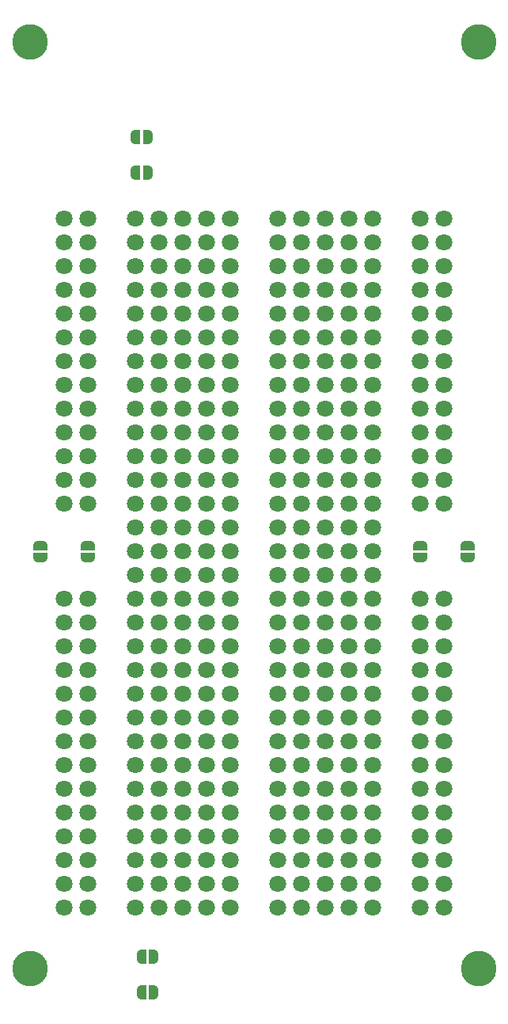
<source format=gts>
G04 #@! TF.GenerationSoftware,KiCad,Pcbnew,8.0.2*
G04 #@! TF.CreationDate,2024-08-26T09:39:58-06:00*
G04 #@! TF.ProjectId,Perfboard,50657266-626f-4617-9264-2e6b69636164,rev?*
G04 #@! TF.SameCoordinates,Original*
G04 #@! TF.FileFunction,Soldermask,Top*
G04 #@! TF.FilePolarity,Negative*
%FSLAX46Y46*%
G04 Gerber Fmt 4.6, Leading zero omitted, Abs format (unit mm)*
G04 Created by KiCad (PCBNEW 8.0.2) date 2024-08-26 09:39:58*
%MOMM*%
%LPD*%
G01*
G04 APERTURE LIST*
G04 Aperture macros list*
%AMFreePoly0*
4,1,19,0.500000,-0.750000,0.000000,-0.750000,0.000000,-0.744911,-0.071157,-0.744911,-0.207708,-0.704816,-0.327430,-0.627875,-0.420627,-0.520320,-0.479746,-0.390866,-0.500000,-0.250000,-0.500000,0.250000,-0.479746,0.390866,-0.420627,0.520320,-0.327430,0.627875,-0.207708,0.704816,-0.071157,0.744911,0.000000,0.744911,0.000000,0.750000,0.500000,0.750000,0.500000,-0.750000,0.500000,-0.750000,
$1*%
%AMFreePoly1*
4,1,19,0.000000,0.744911,0.071157,0.744911,0.207708,0.704816,0.327430,0.627875,0.420627,0.520320,0.479746,0.390866,0.500000,0.250000,0.500000,-0.250000,0.479746,-0.390866,0.420627,-0.520320,0.327430,-0.627875,0.207708,-0.704816,0.071157,-0.744911,0.000000,-0.744911,0.000000,-0.750000,-0.500000,-0.750000,-0.500000,0.750000,0.000000,0.750000,0.000000,0.744911,0.000000,0.744911,
$1*%
G04 Aperture macros list end*
%ADD10C,1.803200*%
%ADD11C,2.600000*%
%ADD12C,3.800000*%
%ADD13FreePoly0,0.000000*%
%ADD14FreePoly1,0.000000*%
%ADD15FreePoly0,90.000000*%
%ADD16FreePoly1,90.000000*%
G04 APERTURE END LIST*
D10*
X125680000Y-88720000D03*
X143460000Y-126820000D03*
X153620000Y-65860000D03*
X125680000Y-119200000D03*
X135840000Y-78560000D03*
X128220000Y-76020000D03*
X140920000Y-65860000D03*
X151080000Y-121740000D03*
X135840000Y-134440000D03*
X125680000Y-78560000D03*
X163780000Y-91260000D03*
X135840000Y-76020000D03*
X166320000Y-86180000D03*
X133300000Y-139520000D03*
D11*
X122000000Y-47000000D03*
D12*
X122000000Y-47000000D03*
D10*
X151080000Y-119200000D03*
X138380000Y-111580000D03*
X140920000Y-139520000D03*
X153620000Y-96340000D03*
X143460000Y-96340000D03*
X148540000Y-76020000D03*
D11*
X170000000Y-146000000D03*
D12*
X170000000Y-146000000D03*
D10*
X151080000Y-86180000D03*
X163780000Y-111580000D03*
X158700000Y-119200000D03*
X133300000Y-114120000D03*
X143460000Y-86180000D03*
X133300000Y-98880000D03*
X125680000Y-136980000D03*
X151080000Y-136980000D03*
X151080000Y-88720000D03*
X151080000Y-101420000D03*
X138380000Y-121740000D03*
X153620000Y-70940000D03*
X163780000Y-119200000D03*
X135840000Y-88720000D03*
X128220000Y-78560000D03*
X135840000Y-114120000D03*
X143460000Y-124280000D03*
X153620000Y-111580000D03*
X151080000Y-73480000D03*
X148540000Y-98880000D03*
X163780000Y-65860000D03*
X163780000Y-78560000D03*
X133300000Y-96340000D03*
X135840000Y-101420000D03*
X158700000Y-124280000D03*
X163780000Y-86180000D03*
X125680000Y-76020000D03*
X125680000Y-106500000D03*
X151080000Y-76020000D03*
X143460000Y-129360000D03*
X148540000Y-139520000D03*
X133300000Y-101420000D03*
X148540000Y-111580000D03*
X140920000Y-126820000D03*
X128220000Y-139520000D03*
X135840000Y-139520000D03*
X153620000Y-78560000D03*
X158700000Y-139520000D03*
X140920000Y-70940000D03*
X158700000Y-103960000D03*
X138380000Y-116660000D03*
X151080000Y-126820000D03*
X133300000Y-86180000D03*
X143460000Y-78560000D03*
X158700000Y-116660000D03*
X153620000Y-83640000D03*
X138380000Y-81100000D03*
X156160000Y-139520000D03*
X163780000Y-136980000D03*
X143460000Y-68400000D03*
X128220000Y-73480000D03*
X140920000Y-91260000D03*
X125680000Y-134440000D03*
X133300000Y-68400000D03*
X156160000Y-96340000D03*
X158700000Y-91260000D03*
X151080000Y-124280000D03*
X133300000Y-119200000D03*
X163780000Y-124280000D03*
X166320000Y-78560000D03*
X125680000Y-121740000D03*
X140920000Y-86180000D03*
X128220000Y-116660000D03*
X158700000Y-65860000D03*
X156160000Y-116660000D03*
X148540000Y-81100000D03*
D13*
X133320000Y-57150000D03*
D14*
X134620000Y-57150000D03*
D10*
X151080000Y-98880000D03*
X138380000Y-98880000D03*
X158700000Y-73480000D03*
X138380000Y-129360000D03*
X156160000Y-78560000D03*
X138380000Y-136980000D03*
X156160000Y-124280000D03*
X151080000Y-96340000D03*
X138380000Y-70940000D03*
X138380000Y-91260000D03*
X156160000Y-129360000D03*
X128220000Y-111580000D03*
X148540000Y-73480000D03*
X156160000Y-114120000D03*
X143460000Y-98880000D03*
X133300000Y-116660000D03*
X156160000Y-68400000D03*
X151080000Y-68400000D03*
X153620000Y-88720000D03*
X140920000Y-136980000D03*
X128220000Y-70940000D03*
X156160000Y-88720000D03*
X166320000Y-76020000D03*
X153620000Y-139520000D03*
X140920000Y-88720000D03*
X143460000Y-116660000D03*
X156160000Y-81100000D03*
X143460000Y-106500000D03*
X143460000Y-101420000D03*
X158700000Y-81100000D03*
X143460000Y-81100000D03*
X163780000Y-68400000D03*
X140920000Y-106500000D03*
X158700000Y-129360000D03*
X143460000Y-65860000D03*
X143460000Y-91260000D03*
X128220000Y-121740000D03*
X166320000Y-83640000D03*
X133300000Y-106500000D03*
X148540000Y-106500000D03*
X133300000Y-91260000D03*
D15*
X123140000Y-102070000D03*
D16*
X123140000Y-100770000D03*
D10*
X151080000Y-131900000D03*
X163780000Y-126820000D03*
X138380000Y-139520000D03*
X153620000Y-81100000D03*
X166320000Y-124280000D03*
X166320000Y-131900000D03*
X158700000Y-109040000D03*
X166320000Y-126820000D03*
X148540000Y-88720000D03*
X163780000Y-83640000D03*
X135840000Y-111580000D03*
X140920000Y-103960000D03*
X163780000Y-131900000D03*
X158700000Y-78560000D03*
X125680000Y-139520000D03*
X151080000Y-70940000D03*
X148540000Y-109040000D03*
X140920000Y-96340000D03*
X153620000Y-136980000D03*
X148540000Y-91260000D03*
X125680000Y-81100000D03*
X125680000Y-68400000D03*
X153620000Y-124280000D03*
X158700000Y-131900000D03*
X125680000Y-114120000D03*
X125680000Y-73480000D03*
X135840000Y-126820000D03*
X163780000Y-73480000D03*
X156160000Y-93800000D03*
X143460000Y-131900000D03*
X153620000Y-86180000D03*
X128220000Y-81100000D03*
X125680000Y-116660000D03*
X133300000Y-65860000D03*
X133300000Y-129360000D03*
X135840000Y-81100000D03*
X138380000Y-88720000D03*
D15*
X168860000Y-102070000D03*
D16*
X168860000Y-100770000D03*
D10*
X153620000Y-106500000D03*
X166320000Y-96340000D03*
X135840000Y-65860000D03*
X138380000Y-114120000D03*
X133300000Y-109040000D03*
X151080000Y-103960000D03*
X125680000Y-129360000D03*
X140920000Y-111580000D03*
X166320000Y-134440000D03*
X128220000Y-65860000D03*
X135840000Y-73480000D03*
X153620000Y-114120000D03*
X133300000Y-73480000D03*
X133300000Y-124280000D03*
X143460000Y-93800000D03*
X135840000Y-70940000D03*
X148540000Y-136980000D03*
X156160000Y-98880000D03*
X151080000Y-91260000D03*
X151080000Y-129360000D03*
X125680000Y-124280000D03*
X156160000Y-70940000D03*
X166320000Y-73480000D03*
X158700000Y-121740000D03*
X143460000Y-136980000D03*
X143460000Y-139520000D03*
X128220000Y-106500000D03*
X133300000Y-131900000D03*
X138380000Y-83640000D03*
X156160000Y-121740000D03*
X128220000Y-86180000D03*
X163780000Y-70940000D03*
X156160000Y-86180000D03*
X133300000Y-70940000D03*
X133300000Y-83640000D03*
X153620000Y-129360000D03*
X166320000Y-93800000D03*
X135840000Y-83640000D03*
X153620000Y-98880000D03*
X138380000Y-65860000D03*
X125680000Y-70940000D03*
X140920000Y-134440000D03*
X158700000Y-83640000D03*
X156160000Y-126820000D03*
X133300000Y-88720000D03*
X158700000Y-136980000D03*
X153620000Y-119200000D03*
X151080000Y-78560000D03*
X148540000Y-78560000D03*
X166320000Y-109040000D03*
X156160000Y-91260000D03*
X158700000Y-98880000D03*
X125680000Y-96340000D03*
X135840000Y-68400000D03*
X125680000Y-111580000D03*
X163780000Y-134440000D03*
X153620000Y-134440000D03*
X151080000Y-106500000D03*
X140920000Y-121740000D03*
X153620000Y-109040000D03*
X148540000Y-124280000D03*
X138380000Y-119200000D03*
X140920000Y-76020000D03*
X140920000Y-101420000D03*
X148540000Y-65860000D03*
X163780000Y-109040000D03*
X158700000Y-111580000D03*
X140920000Y-98880000D03*
X151080000Y-134440000D03*
X135840000Y-119200000D03*
X156160000Y-101420000D03*
X158700000Y-68400000D03*
X143460000Y-83640000D03*
X133300000Y-136980000D03*
X128220000Y-109040000D03*
X158700000Y-70940000D03*
X138380000Y-93800000D03*
X133300000Y-121740000D03*
X148540000Y-96340000D03*
X135840000Y-116660000D03*
X135840000Y-93800000D03*
X125680000Y-109040000D03*
X166320000Y-139520000D03*
X148540000Y-126820000D03*
X143460000Y-111580000D03*
X153620000Y-126820000D03*
D13*
X133320000Y-60960000D03*
D14*
X134620000Y-60960000D03*
D10*
X140920000Y-131900000D03*
X138380000Y-73480000D03*
X166320000Y-70940000D03*
X125680000Y-93800000D03*
X153620000Y-131900000D03*
X128220000Y-131900000D03*
X148540000Y-103960000D03*
X135840000Y-131900000D03*
X128220000Y-136980000D03*
X156160000Y-83640000D03*
X135840000Y-96340000D03*
X158700000Y-101420000D03*
X158700000Y-76020000D03*
X125680000Y-126820000D03*
X151080000Y-114120000D03*
X148540000Y-93800000D03*
X148540000Y-116660000D03*
X133300000Y-126820000D03*
X156160000Y-119200000D03*
X163780000Y-81100000D03*
X166320000Y-81100000D03*
X156160000Y-106500000D03*
X140920000Y-78560000D03*
X158700000Y-114120000D03*
D13*
X133970000Y-148590000D03*
D14*
X135270000Y-148590000D03*
D10*
X153620000Y-93800000D03*
X143460000Y-121740000D03*
X140920000Y-83640000D03*
X133300000Y-111580000D03*
X143460000Y-109040000D03*
X138380000Y-101420000D03*
X163780000Y-96340000D03*
X128220000Y-119200000D03*
X133300000Y-76020000D03*
D11*
X122000000Y-146000000D03*
D12*
X122000000Y-146000000D03*
D10*
X135840000Y-136980000D03*
X153620000Y-68400000D03*
X138380000Y-106500000D03*
X128220000Y-93800000D03*
X128220000Y-91260000D03*
X166320000Y-111580000D03*
X148540000Y-119200000D03*
X135840000Y-109040000D03*
X125680000Y-91260000D03*
X156160000Y-111580000D03*
X138380000Y-109040000D03*
X143460000Y-134440000D03*
X140920000Y-93800000D03*
X148540000Y-121740000D03*
X125680000Y-65860000D03*
X151080000Y-116660000D03*
X140920000Y-116660000D03*
X140920000Y-81100000D03*
X125680000Y-131900000D03*
X140920000Y-129360000D03*
X156160000Y-103960000D03*
X163780000Y-139520000D03*
X166320000Y-114120000D03*
X148540000Y-114120000D03*
X156160000Y-134440000D03*
X151080000Y-65860000D03*
X151080000Y-93800000D03*
X135840000Y-103960000D03*
X135840000Y-98880000D03*
X163780000Y-88720000D03*
X156160000Y-131900000D03*
X138380000Y-96340000D03*
X140920000Y-114120000D03*
X151080000Y-109040000D03*
X133300000Y-134440000D03*
X138380000Y-103960000D03*
X166320000Y-91260000D03*
X163780000Y-114120000D03*
X166320000Y-129360000D03*
X148540000Y-70940000D03*
X166320000Y-136980000D03*
X135840000Y-121740000D03*
X156160000Y-65860000D03*
X128220000Y-114120000D03*
X138380000Y-126820000D03*
X128220000Y-134440000D03*
X135840000Y-91260000D03*
X153620000Y-76020000D03*
X128220000Y-126820000D03*
X153620000Y-121740000D03*
X163780000Y-93800000D03*
X133300000Y-78560000D03*
X148540000Y-83640000D03*
D15*
X163780000Y-102070000D03*
D16*
X163780000Y-100770000D03*
D10*
X135840000Y-106500000D03*
X128220000Y-124280000D03*
X153620000Y-91260000D03*
X163780000Y-129360000D03*
X143460000Y-73480000D03*
X156160000Y-73480000D03*
X151080000Y-139520000D03*
D11*
X170000000Y-47000000D03*
D12*
X170000000Y-47000000D03*
D10*
X125680000Y-83640000D03*
X166320000Y-88720000D03*
X140920000Y-73480000D03*
X140920000Y-119200000D03*
X158700000Y-88720000D03*
X143460000Y-103960000D03*
X158700000Y-86180000D03*
X135840000Y-124280000D03*
X163780000Y-76020000D03*
X128220000Y-83640000D03*
X138380000Y-76020000D03*
X166320000Y-106500000D03*
X133300000Y-103960000D03*
X163780000Y-121740000D03*
X163780000Y-106500000D03*
X158700000Y-134440000D03*
X148540000Y-68400000D03*
X138380000Y-134440000D03*
X143460000Y-88720000D03*
X166320000Y-116660000D03*
X153620000Y-73480000D03*
D15*
X128220000Y-102070000D03*
D16*
X128220000Y-100770000D03*
D10*
X143460000Y-76020000D03*
X133300000Y-93800000D03*
X140920000Y-109040000D03*
X148540000Y-86180000D03*
X156160000Y-76020000D03*
X135840000Y-129360000D03*
X158700000Y-93800000D03*
X158700000Y-96340000D03*
X156160000Y-109040000D03*
X156160000Y-136980000D03*
X140920000Y-124280000D03*
X153620000Y-101420000D03*
X166320000Y-119200000D03*
X148540000Y-134440000D03*
X153620000Y-103960000D03*
X151080000Y-111580000D03*
X151080000Y-81100000D03*
X148540000Y-129360000D03*
X140920000Y-68400000D03*
X133300000Y-81100000D03*
X148540000Y-101420000D03*
X166320000Y-65860000D03*
X125680000Y-86180000D03*
X158700000Y-126820000D03*
D13*
X133970000Y-144780000D03*
D14*
X135270000Y-144780000D03*
D10*
X143460000Y-119200000D03*
X153620000Y-116660000D03*
X138380000Y-86180000D03*
X148540000Y-131900000D03*
X138380000Y-124280000D03*
X128220000Y-88720000D03*
X163780000Y-116660000D03*
X128220000Y-96340000D03*
X143460000Y-114120000D03*
X135840000Y-86180000D03*
X138380000Y-78560000D03*
X166320000Y-121740000D03*
X128220000Y-68400000D03*
X151080000Y-83640000D03*
X128220000Y-129360000D03*
X158700000Y-106500000D03*
X138380000Y-68400000D03*
X143460000Y-70940000D03*
X138380000Y-131900000D03*
X166320000Y-68400000D03*
M02*

</source>
